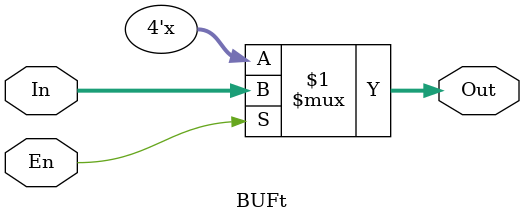
<source format=v>
module BUFt (
  input wire En,
  input wire [3:0]In,
  output wire [3:0]Out);

    assign Out = (En) ? In:4'bz;
endmodule //BUFt

</source>
